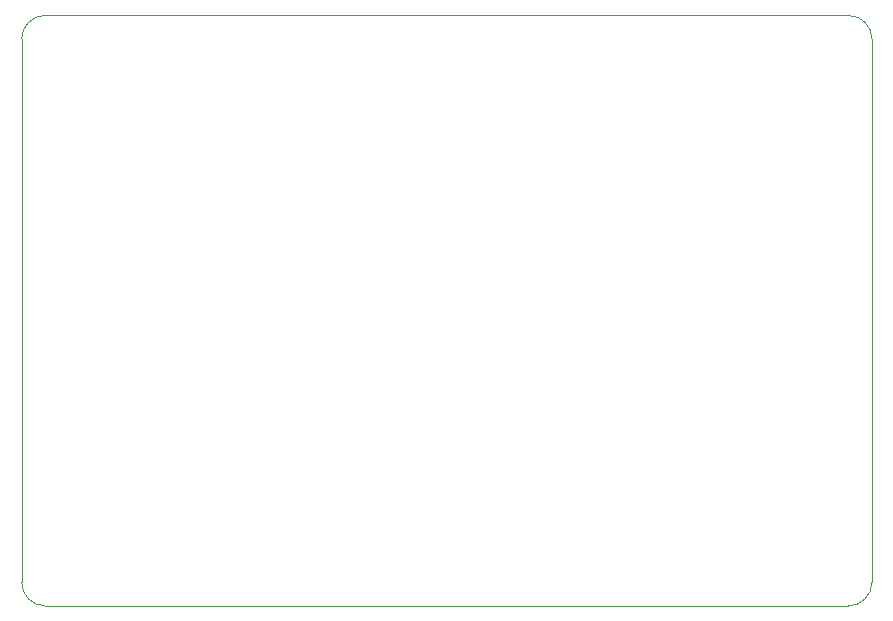
<source format=gbr>
%TF.GenerationSoftware,KiCad,Pcbnew,8.0.8*%
%TF.CreationDate,2025-02-24T20:15:37+01:00*%
%TF.ProjectId,Counter_input_module_1,436f756e-7465-4725-9f69-6e7075745f6d,rev?*%
%TF.SameCoordinates,Original*%
%TF.FileFunction,Profile,NP*%
%FSLAX46Y46*%
G04 Gerber Fmt 4.6, Leading zero omitted, Abs format (unit mm)*
G04 Created by KiCad (PCBNEW 8.0.8) date 2025-02-24 20:15:37*
%MOMM*%
%LPD*%
G01*
G04 APERTURE LIST*
%TA.AperFunction,Profile*%
%ADD10C,0.050000*%
%TD*%
G04 APERTURE END LIST*
D10*
X50500000Y-148000000D02*
X50500000Y-102000000D01*
X120500000Y-150000000D02*
X52500000Y-150000000D01*
X122500000Y-102000000D02*
X122500000Y-148000000D01*
X52500000Y-100000000D02*
X120500000Y-100000000D01*
X52500000Y-150000000D02*
G75*
G02*
X50500000Y-148000000I0J2000000D01*
G01*
X122500000Y-148000000D02*
G75*
G02*
X120500000Y-150000000I-2000000J0D01*
G01*
X120500000Y-100000000D02*
G75*
G02*
X122500000Y-102000000I0J-2000000D01*
G01*
X50500000Y-102000000D02*
G75*
G02*
X52500000Y-100000000I2000000J0D01*
G01*
M02*

</source>
